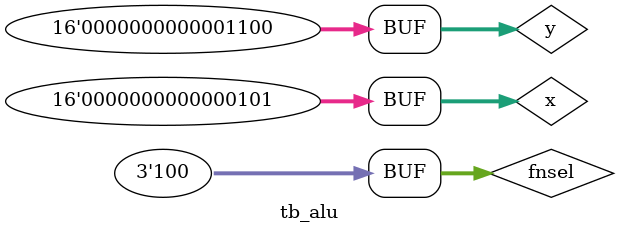
<source format=v>
`timescale 1ns / 1ps

module alu(
		output[15:0] z,
		output c_n, c_n_minus_1,
		input[15:0] x, y,
		input [2:0] fnsel);

	wire [15:0] cmpOut, orOut, andOut, y1, addsubOut;
	
	xor_16_1 xm(y1, y, fnsel[0]);
	adder_16 addm(addsubOut, c_n, c_n_minus_1, x, y1, fnsel[0]);
	
	and_16 andm(andOut, x, y);
	
	or_16 om(orOut, x, y);
	
	cmp_16 cm(cmpOut, x);
	
	mux8_1_16 mm(z, addsubOut, addsubOut, andOut, orOut, 16'bXXXXXXXXXXXXXXXX, cmpOut, x, 16'bXXXXXXXXXXXXXXXX, fnsel);

endmodule

module tb_alu;
	reg[15:0] x, y;
	reg[2:0] fnsel;
	wire [15:0] z;
	wire c_n, c_n_minus_1;
	
	alu m(z, c_n, c_n_minus_1, x, y, fnsel);
	
	initial
	begin
		x = 5; y = 12;
		#10 fnsel = 0;
		#10 fnsel = 2;
		#10 fnsel = 1;
		#10 fnsel = 3;
		#10 fnsel = 0;
		#10 fnsel = 5;
		#10 fnsel = 4;
	end
endmodule

</source>
